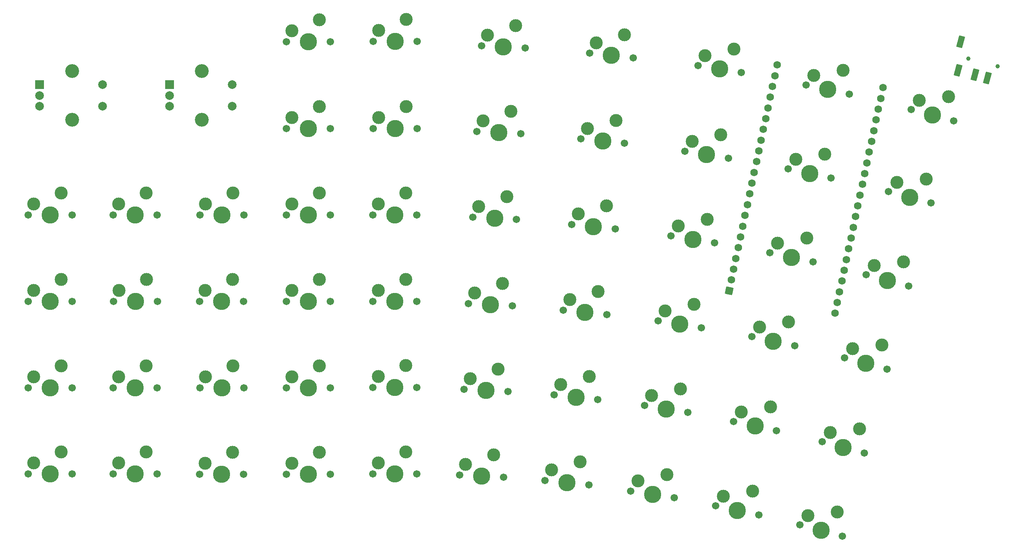
<source format=gbr>
%TF.GenerationSoftware,KiCad,Pcbnew,9.0.2*%
%TF.CreationDate,2025-07-31T22:52:32+02:00*%
%TF.ProjectId,multiboard_LEFT,6d756c74-6962-46f6-9172-645f4c454654,1.0*%
%TF.SameCoordinates,Original*%
%TF.FileFunction,Soldermask,Top*%
%TF.FilePolarity,Negative*%
%FSLAX46Y46*%
G04 Gerber Fmt 4.6, Leading zero omitted, Abs format (unit mm)*
G04 Created by KiCad (PCBNEW 9.0.2) date 2025-07-31 22:52:32*
%MOMM*%
%LPD*%
G01*
G04 APERTURE LIST*
G04 Aperture macros list*
%AMRoundRect*
0 Rectangle with rounded corners*
0 $1 Rounding radius*
0 $2 $3 $4 $5 $6 $7 $8 $9 X,Y pos of 4 corners*
0 Add a 4 corners polygon primitive as box body*
4,1,4,$2,$3,$4,$5,$6,$7,$8,$9,$2,$3,0*
0 Add four circle primitives for the rounded corners*
1,1,$1+$1,$2,$3*
1,1,$1+$1,$4,$5*
1,1,$1+$1,$6,$7*
1,1,$1+$1,$8,$9*
0 Add four rect primitives between the rounded corners*
20,1,$1+$1,$2,$3,$4,$5,0*
20,1,$1+$1,$4,$5,$6,$7,0*
20,1,$1+$1,$6,$7,$8,$9,0*
20,1,$1+$1,$8,$9,$2,$3,0*%
G04 Aperture macros list end*
%ADD10R,2.000000X2.000000*%
%ADD11C,2.000000*%
%ADD12C,3.200000*%
%ADD13C,1.000000*%
%ADD14RoundRect,0.102000X0.903079X1.052116X-0.256032X1.362699X-0.903079X-1.052116X0.256032X-1.362699X0*%
%ADD15C,1.701800*%
%ADD16C,3.000000*%
%ADD17C,3.987800*%
%ADD18RoundRect,0.102000X-0.907335X-0.589230X0.589230X-0.907335X0.907335X0.589230X-0.589230X0.907335X0*%
%ADD19C,1.734000*%
G04 APERTURE END LIST*
D10*
%TO.C,SW1*%
X52208254Y-39227130D03*
D11*
X52208254Y-44227130D03*
X52208254Y-41727130D03*
D12*
X59708254Y-36127130D03*
X59708254Y-47327130D03*
D11*
X66708254Y-44227130D03*
X66708254Y-39227130D03*
%TD*%
D10*
%TO.C,SW2*%
X82208254Y-39227130D03*
D11*
X82208254Y-44227130D03*
X82208254Y-41727130D03*
D12*
X89708254Y-36127130D03*
X89708254Y-47327130D03*
D11*
X96708254Y-44227130D03*
X96708254Y-39227130D03*
%TD*%
D13*
%TO.C,J1*%
X273686643Y-35000000D03*
X266925163Y-33188270D03*
D14*
X265158325Y-29350198D03*
X264538519Y-35913417D03*
X268402222Y-36948693D03*
X271300000Y-37725150D03*
%TD*%
D15*
%TO.C,SW42*%
X253093087Y-85801986D03*
D16*
X251954436Y-80237682D03*
D17*
X248186184Y-84487185D03*
D16*
X245163407Y-81047633D03*
D15*
X243279281Y-83172384D03*
%TD*%
%TO.C,SW19*%
X181244466Y-112033477D03*
D16*
X179249385Y-106715803D03*
D17*
X176192295Y-111502472D03*
D16*
X172668669Y-108578133D03*
D15*
X171140124Y-110971467D03*
%TD*%
%TO.C,SW17*%
X139428477Y-109257130D03*
D16*
X136888477Y-104177130D03*
D17*
X134348477Y-109257130D03*
D16*
X130538477Y-106717130D03*
D15*
X129268477Y-109257130D03*
%TD*%
%TO.C,SW47*%
X139450699Y-49337130D03*
D16*
X136910699Y-44257130D03*
D17*
X134370699Y-49337130D03*
D16*
X130560699Y-46797130D03*
D15*
X129290699Y-49337130D03*
%TD*%
%TO.C,SW12*%
X237736770Y-143610804D03*
D16*
X236598119Y-138046500D03*
D17*
X232829867Y-142296003D03*
D16*
X229807090Y-138856451D03*
D15*
X227922964Y-140981202D03*
%TD*%
%TO.C,SW38*%
X162459078Y-70373186D03*
D16*
X160188426Y-65167214D03*
D17*
X157386040Y-70107319D03*
D16*
X153714195Y-67371400D03*
D15*
X152313002Y-69841452D03*
%TD*%
%TO.C,SW35*%
X99392921Y-69387130D03*
D16*
X96852921Y-64307130D03*
D17*
X94312921Y-69387130D03*
D16*
X90502921Y-66847130D03*
D15*
X89232921Y-69387130D03*
%TD*%
%TO.C,SW32*%
X248093087Y-105001986D03*
D16*
X246954436Y-99437682D03*
D17*
X243186184Y-103687185D03*
D16*
X240163407Y-100247633D03*
D15*
X238279281Y-102372384D03*
%TD*%
%TO.C,SW62*%
X263493087Y-47601986D03*
D16*
X262354436Y-42037682D03*
D17*
X258586184Y-46287185D03*
D16*
X255563407Y-42847633D03*
D15*
X253679281Y-44972384D03*
%TD*%
%TO.C,SW61*%
X239371070Y-41413740D03*
D16*
X237942766Y-35916655D03*
D17*
X234402080Y-40357549D03*
D16*
X231203433Y-37080912D03*
D15*
X229433090Y-39301358D03*
%TD*%
%TO.C,SW49*%
X187432856Y-52797675D03*
D16*
X185437775Y-47480001D03*
D17*
X182380685Y-52266670D03*
D16*
X178857059Y-49342331D03*
D15*
X177328514Y-51735665D03*
%TD*%
%TO.C,SW48*%
X163459078Y-50573186D03*
D16*
X161188426Y-45367214D03*
D17*
X158386040Y-50307319D03*
D16*
X154714195Y-47571400D03*
D15*
X153313002Y-50041452D03*
%TD*%
%TO.C,SW29*%
X183329560Y-92397675D03*
D16*
X181334479Y-87080001D03*
D17*
X178277389Y-91866670D03*
D16*
X174753763Y-88942331D03*
D15*
X173225218Y-91335665D03*
%TD*%
%TO.C,SW59*%
X189432856Y-32997675D03*
D16*
X187437775Y-27680001D03*
D17*
X184380685Y-32466670D03*
D16*
X180857059Y-29542331D03*
D15*
X179328514Y-31935665D03*
%TD*%
%TO.C,SW7*%
X139392921Y-129257130D03*
D16*
X136852921Y-124177130D03*
D17*
X134312921Y-129257130D03*
D16*
X130502921Y-126717130D03*
D15*
X129232921Y-129257130D03*
%TD*%
%TO.C,SW22*%
X242893087Y-124401986D03*
D16*
X241754436Y-118837682D03*
D17*
X237986184Y-123087185D03*
D16*
X234963407Y-119647633D03*
D15*
X233079281Y-121772384D03*
%TD*%
%TO.C,SW25*%
X99384032Y-89307130D03*
D16*
X96844032Y-84227130D03*
D17*
X94304032Y-89307130D03*
D16*
X90494032Y-86767130D03*
D15*
X89224032Y-89307130D03*
%TD*%
%TO.C,SW15*%
X99392921Y-109307130D03*
D16*
X96852921Y-104227130D03*
D17*
X94312921Y-109307130D03*
D16*
X90502921Y-106767130D03*
D15*
X89232921Y-109307130D03*
%TD*%
%TO.C,SW27*%
X139410699Y-89337130D03*
D16*
X136870699Y-84257130D03*
D17*
X134330699Y-89337130D03*
D16*
X130520699Y-86797130D03*
D15*
X129250699Y-89337130D03*
%TD*%
%TO.C,SW5*%
X99375143Y-129307130D03*
D16*
X96835143Y-124227130D03*
D17*
X94295143Y-129307130D03*
D16*
X90485143Y-126767130D03*
D15*
X89215143Y-129307130D03*
%TD*%
%TO.C,SW10*%
X198915010Y-134762573D03*
D16*
X197200968Y-129347773D03*
D17*
X193897553Y-133967886D03*
D16*
X190531804Y-130863142D03*
D15*
X188880096Y-133173199D03*
%TD*%
%TO.C,SW21*%
X222571070Y-119213740D03*
D16*
X221142766Y-113716655D03*
D17*
X217602080Y-118157549D03*
D16*
X214403433Y-114880912D03*
D15*
X212633090Y-117101358D03*
%TD*%
%TO.C,SW9*%
X179152893Y-131784536D03*
D16*
X177157812Y-126466862D03*
D17*
X174100722Y-131253531D03*
D16*
X170577096Y-128329192D03*
D15*
X169048551Y-130722526D03*
%TD*%
%TO.C,SW52*%
X258293087Y-66601986D03*
D16*
X257154436Y-61037682D03*
D17*
X253386184Y-65287185D03*
D16*
X250363407Y-61847633D03*
D15*
X248479281Y-63972384D03*
%TD*%
%TO.C,SW36*%
X119419587Y-69387130D03*
D16*
X116879587Y-64307130D03*
D17*
X114339587Y-69387130D03*
D16*
X110529587Y-66847130D03*
D15*
X109259587Y-69387130D03*
%TD*%
%TO.C,SW4*%
X79400144Y-129257130D03*
D16*
X76860144Y-124177130D03*
D17*
X74320144Y-129257130D03*
D16*
X70510144Y-126717130D03*
D15*
X69240144Y-129257130D03*
%TD*%
%TO.C,SW57*%
X139450699Y-29257130D03*
D16*
X136910699Y-24177130D03*
D17*
X134370699Y-29257130D03*
D16*
X130560699Y-26717130D03*
D15*
X129290699Y-29257130D03*
%TD*%
%TO.C,SW30*%
X205217885Y-95411754D03*
D16*
X203503843Y-89996954D03*
D17*
X200200428Y-94617067D03*
D16*
X196834679Y-91512323D03*
D15*
X195182971Y-93822380D03*
%TD*%
%TO.C,SW40*%
X208217885Y-75811754D03*
D16*
X206503843Y-70396954D03*
D17*
X203200428Y-75017067D03*
D16*
X199834679Y-71912323D03*
D15*
X198182971Y-74222380D03*
%TD*%
%TO.C,SW16*%
X119419587Y-109307130D03*
D16*
X116879587Y-104227130D03*
D17*
X114339587Y-109307130D03*
D16*
X110529587Y-106767130D03*
D15*
X109259587Y-109307130D03*
%TD*%
%TO.C,SW18*%
X160468093Y-110173186D03*
D16*
X158197441Y-104967214D03*
D17*
X155395055Y-109907319D03*
D16*
X151723210Y-107171400D03*
D15*
X150322017Y-109641452D03*
%TD*%
%TO.C,SW34*%
X79392921Y-69387130D03*
D16*
X76852921Y-64307130D03*
D17*
X74312921Y-69387130D03*
D16*
X70502921Y-66847130D03*
D15*
X69232921Y-69387130D03*
%TD*%
%TO.C,SW41*%
X230971070Y-80213740D03*
D16*
X229542766Y-74716655D03*
D17*
X226002080Y-79157549D03*
D16*
X222803433Y-75880912D03*
D15*
X221033090Y-78101358D03*
%TD*%
%TO.C,SW14*%
X79392921Y-109307130D03*
D16*
X76852921Y-104227130D03*
D17*
X74312921Y-109307130D03*
D16*
X70502921Y-106767130D03*
D15*
X69232921Y-109307130D03*
%TD*%
%TO.C,SW31*%
X226771070Y-99613740D03*
D16*
X225342766Y-94116655D03*
D17*
X221802080Y-98557549D03*
D16*
X218603433Y-95280912D03*
D15*
X216833090Y-97501358D03*
%TD*%
%TO.C,SW46*%
X119446254Y-49387130D03*
D16*
X116906254Y-44307130D03*
D17*
X114366254Y-49387130D03*
D16*
X110556254Y-46847130D03*
D15*
X109286254Y-49387130D03*
%TD*%
%TO.C,SW33*%
X59691254Y-69387130D03*
D16*
X57151254Y-64307130D03*
D17*
X54611254Y-69387130D03*
D16*
X50801254Y-66847130D03*
D15*
X49531254Y-69387130D03*
%TD*%
%TO.C,SW60*%
X214417885Y-36411754D03*
D16*
X212703843Y-30996954D03*
D17*
X209400428Y-35617067D03*
D16*
X206034679Y-32512323D03*
D15*
X204382971Y-34822380D03*
%TD*%
%TO.C,SW58*%
X164485871Y-30773186D03*
D16*
X162215219Y-25567214D03*
D17*
X159412833Y-30507319D03*
D16*
X155740988Y-27771400D03*
D15*
X154339795Y-30241452D03*
%TD*%
%TO.C,SW13*%
X59691254Y-109307130D03*
D16*
X57151254Y-104227130D03*
D17*
X54611254Y-109307130D03*
D16*
X50801254Y-106767130D03*
D15*
X49531254Y-109307130D03*
%TD*%
%TO.C,SW50*%
X211417885Y-56211754D03*
D16*
X209703843Y-50796954D03*
D17*
X206400428Y-55417067D03*
D16*
X203034679Y-52312323D03*
D15*
X201382971Y-54622380D03*
%TD*%
%TO.C,SW37*%
X139428477Y-69337130D03*
D16*
X136888477Y-64257130D03*
D17*
X134348477Y-69337130D03*
D16*
X130538477Y-66797130D03*
D15*
X129268477Y-69337130D03*
%TD*%
%TO.C,SW28*%
X161485871Y-90373186D03*
D16*
X159215219Y-85167214D03*
D17*
X156412833Y-90107319D03*
D16*
X152740988Y-87371400D03*
D15*
X151339795Y-89841452D03*
%TD*%
%TO.C,SW24*%
X79428477Y-89307130D03*
D16*
X76888477Y-84227130D03*
D17*
X74348477Y-89307130D03*
D16*
X70538477Y-86767130D03*
D15*
X69268477Y-89307130D03*
%TD*%
%TO.C,SW26*%
X119446254Y-89307130D03*
D16*
X116906254Y-84227130D03*
D17*
X114366254Y-89307130D03*
D16*
X110556254Y-86767130D03*
D15*
X109286254Y-89307130D03*
%TD*%
%TO.C,SW11*%
X218442143Y-138706564D03*
D16*
X217013839Y-133209479D03*
D17*
X213473153Y-137650373D03*
D16*
X210274506Y-134373736D03*
D15*
X208504163Y-136594182D03*
%TD*%
D18*
%TO.C,U1*%
X211595108Y-86851121D03*
D19*
X212123203Y-84366626D03*
X212651299Y-81882131D03*
X213179395Y-79397636D03*
X213707490Y-76913141D03*
X214235586Y-74428646D03*
X214763682Y-71944152D03*
X215291777Y-69459657D03*
X215819873Y-66975162D03*
X216347969Y-64490667D03*
X216876064Y-62006172D03*
X217404160Y-59521677D03*
X217932256Y-57037182D03*
X218460352Y-54552687D03*
X218988447Y-52068192D03*
X219516543Y-49583697D03*
X220044639Y-47099201D03*
X220572734Y-44614708D03*
X221100830Y-42130213D03*
X221628926Y-39645718D03*
X222157021Y-37161223D03*
X222685117Y-34676728D03*
X236071905Y-92084495D03*
X236600000Y-89600000D03*
X237128096Y-87115505D03*
X237656192Y-84631010D03*
X238184287Y-82146515D03*
X238712383Y-79662020D03*
X239240479Y-77177526D03*
X239768575Y-74693031D03*
X240296670Y-72208536D03*
X240824766Y-69724041D03*
X241352862Y-67239546D03*
X241880957Y-64755051D03*
X242409053Y-62270556D03*
X242937149Y-59786061D03*
X243465244Y-57301566D03*
X243993340Y-54817071D03*
X244521436Y-52332577D03*
X245049531Y-49848082D03*
X245577627Y-47363587D03*
X246105723Y-44879092D03*
X246633819Y-42394597D03*
X247161914Y-39910102D03*
%TD*%
D15*
%TO.C,SW20*%
X202061568Y-115011754D03*
D16*
X200347526Y-109596954D03*
D17*
X197044111Y-114217067D03*
D16*
X193678362Y-111112323D03*
D15*
X192026654Y-113422380D03*
%TD*%
%TO.C,SW56*%
X119446254Y-29307130D03*
D16*
X116906254Y-24227130D03*
D17*
X114366254Y-29307130D03*
D16*
X110556254Y-26767130D03*
D15*
X109286254Y-29307130D03*
%TD*%
%TO.C,SW6*%
X119392921Y-129307130D03*
D16*
X116852921Y-124227130D03*
D17*
X114312921Y-129307130D03*
D16*
X110502921Y-126767130D03*
D15*
X109232921Y-129307130D03*
%TD*%
%TO.C,SW39*%
X185276539Y-72597675D03*
D16*
X183281458Y-67280001D03*
D17*
X180224368Y-72066670D03*
D16*
X176700742Y-69142331D03*
D15*
X175172197Y-71535665D03*
%TD*%
%TO.C,SW8*%
X159423649Y-130000316D03*
D16*
X157152997Y-124794344D03*
D17*
X154350611Y-129734449D03*
D16*
X150678766Y-126998530D03*
D15*
X149277573Y-129468582D03*
%TD*%
%TO.C,SW23*%
X59691254Y-89307130D03*
D16*
X57151254Y-84227130D03*
D17*
X54611254Y-89307130D03*
D16*
X50801254Y-86767130D03*
D15*
X49531254Y-89307130D03*
%TD*%
%TO.C,SW51*%
X235171070Y-60813740D03*
D16*
X233742766Y-55316655D03*
D17*
X230202080Y-59757549D03*
D16*
X227003433Y-56480912D03*
D15*
X225233090Y-58701358D03*
%TD*%
%TO.C,SW3*%
X59691254Y-129257130D03*
D16*
X57151254Y-124177130D03*
D17*
X54611254Y-129257130D03*
D16*
X50801254Y-126717130D03*
D15*
X49531254Y-129257130D03*
%TD*%
M02*

</source>
